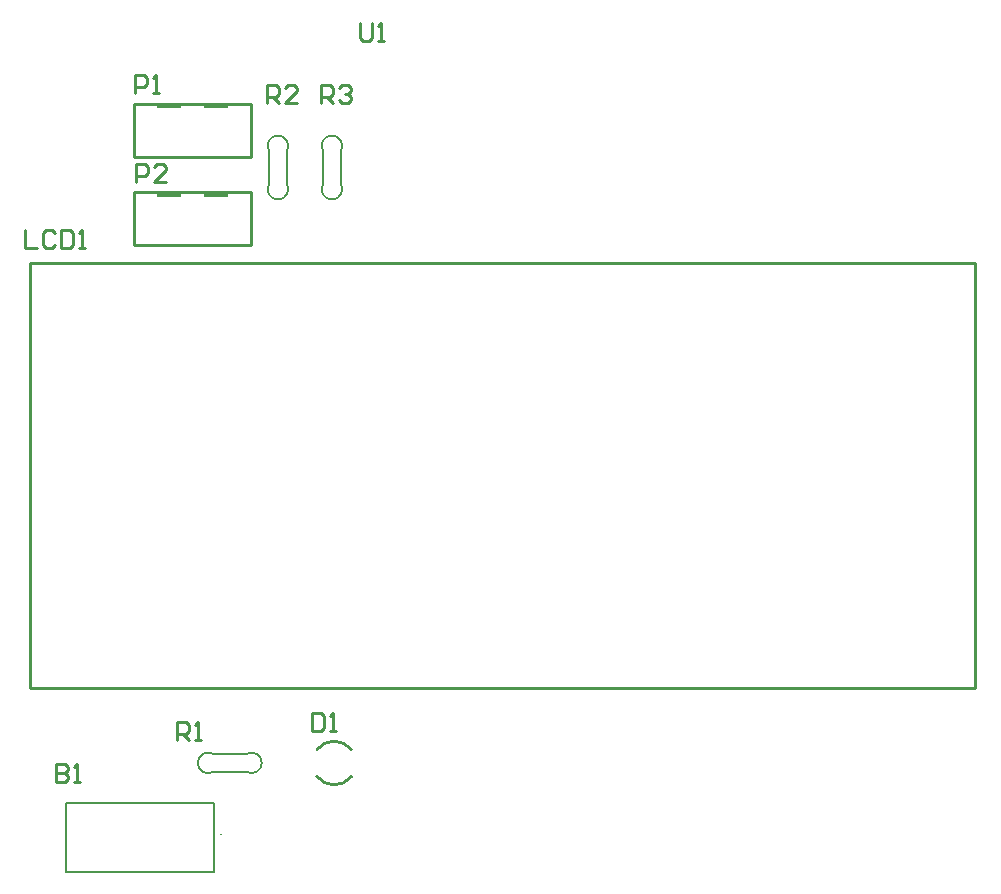
<source format=gto>
G04*
G04 #@! TF.GenerationSoftware,Altium Limited,Altium Designer,23.3.1 (30)*
G04*
G04 Layer_Color=65535*
%FSLAX44Y44*%
%MOMM*%
G71*
G04*
G04 #@! TF.SameCoordinates,789F5575-398E-4CD6-B036-2A59C815F105*
G04*
G04*
G04 #@! TF.FilePolarity,Positive*
G04*
G01*
G75*
%ADD10C,0.2032*%
%ADD11C,0.2540*%
%ADD12C,0.1000*%
%ADD13C,0.2000*%
%ADD14R,2.0000X0.4500*%
D10*
X798830Y429260D02*
G03*
X798830Y414020I-4445J-7620D01*
G01*
X826770D02*
G03*
X826770Y429260I4305J7620D01*
G01*
X845820Y911860D02*
G03*
X861060Y911860I7620J-4445D01*
G01*
Y939800D02*
G03*
X845820Y939800I-7620J4305D01*
G01*
X891540Y911860D02*
G03*
X906780Y911860I7620J-4445D01*
G01*
Y939800D02*
G03*
X891540Y939800I-7620J4305D01*
G01*
X798830Y414020D02*
X826770D01*
X798830Y429260D02*
X826770D01*
X861060Y911860D02*
Y939800D01*
X845820Y911860D02*
Y939800D01*
X906780Y911860D02*
Y939800D01*
X891540Y911860D02*
Y939800D01*
D11*
X915671Y432949D02*
G03*
X886560Y432991I-14572J-11419D01*
G01*
X886453Y410205D02*
G03*
X915719Y410172I14645J11325D01*
G01*
X643940Y485170D02*
Y845170D01*
Y485170D02*
X1443940D01*
Y845170D01*
X643940D02*
X1443940D01*
X731390Y979660D02*
X830390D01*
X731390Y934660D02*
X830390D01*
X830390Y934660D02*
Y979660D01*
X731390Y934660D02*
Y979660D01*
X731710Y904730D02*
X830710D01*
X731710Y859730D02*
X830710D01*
X830710Y859730D02*
Y904730D01*
X731710Y859730D02*
Y904730D01*
X922528Y1048507D02*
Y1035811D01*
X925067Y1033272D01*
X930145D01*
X932685Y1035811D01*
Y1048507D01*
X937763Y1033272D02*
X942841D01*
X940302D01*
Y1048507D01*
X937763Y1045968D01*
X639572Y872993D02*
Y857758D01*
X649729D01*
X664964Y870454D02*
X662425Y872993D01*
X657346D01*
X654807Y870454D01*
Y860297D01*
X657346Y857758D01*
X662425D01*
X664964Y860297D01*
X670042Y872993D02*
Y857758D01*
X677660D01*
X680199Y860297D01*
Y870454D01*
X677660Y872993D01*
X670042D01*
X685277Y857758D02*
X690356D01*
X687816D01*
Y872993D01*
X685277Y870454D01*
X889762Y980440D02*
Y995675D01*
X897380D01*
X899919Y993136D01*
Y988057D01*
X897380Y985518D01*
X889762D01*
X894840D02*
X899919Y980440D01*
X904997Y993136D02*
X907536Y995675D01*
X912615D01*
X915154Y993136D01*
Y990597D01*
X912615Y988057D01*
X910075D01*
X912615D01*
X915154Y985518D01*
Y982979D01*
X912615Y980440D01*
X907536D01*
X904997Y982979D01*
X844042Y980440D02*
Y995675D01*
X851659D01*
X854199Y993136D01*
Y988057D01*
X851659Y985518D01*
X844042D01*
X849120D02*
X854199Y980440D01*
X869434D02*
X859277D01*
X869434Y990597D01*
Y993136D01*
X866895Y995675D01*
X861816D01*
X859277Y993136D01*
X768350Y441198D02*
Y456433D01*
X775967D01*
X778507Y453894D01*
Y448815D01*
X775967Y446276D01*
X768350D01*
X773428D02*
X778507Y441198D01*
X783585D02*
X788663D01*
X786124D01*
Y456433D01*
X783585Y453894D01*
X733044Y913638D02*
Y928873D01*
X740661D01*
X743201Y926334D01*
Y921255D01*
X740661Y918716D01*
X733044D01*
X758436Y913638D02*
X748279D01*
X758436Y923795D01*
Y926334D01*
X755897Y928873D01*
X750818D01*
X748279Y926334D01*
X732536Y988568D02*
Y1003803D01*
X740154D01*
X742693Y1001264D01*
Y996186D01*
X740154Y993646D01*
X732536D01*
X747771Y988568D02*
X752849D01*
X750310D01*
Y1003803D01*
X747771Y1001264D01*
X882396Y464053D02*
Y448818D01*
X890014D01*
X892553Y451357D01*
Y461514D01*
X890014Y464053D01*
X882396D01*
X897631Y448818D02*
X902709D01*
X900170D01*
Y464053D01*
X897631Y461514D01*
X665734Y421127D02*
Y405892D01*
X673352D01*
X675891Y408431D01*
Y410970D01*
X673352Y413509D01*
X665734D01*
X673352D01*
X675891Y416049D01*
Y418588D01*
X673352Y421127D01*
X665734D01*
X680969Y405892D02*
X686047D01*
X683508D01*
Y421127D01*
X680969Y418588D01*
D12*
X805700Y360680D02*
G03*
X804700Y360680I-500J0D01*
G01*
D02*
G03*
X805700Y360680I500J0D01*
G01*
D13*
X799600Y329680D02*
Y387680D01*
X673600D02*
X799600D01*
X673600Y329680D02*
Y387680D01*
Y329680D02*
X799600D01*
D14*
X760890Y977410D02*
D03*
X800890D02*
D03*
X761210Y902480D02*
D03*
X801210D02*
D03*
M02*

</source>
